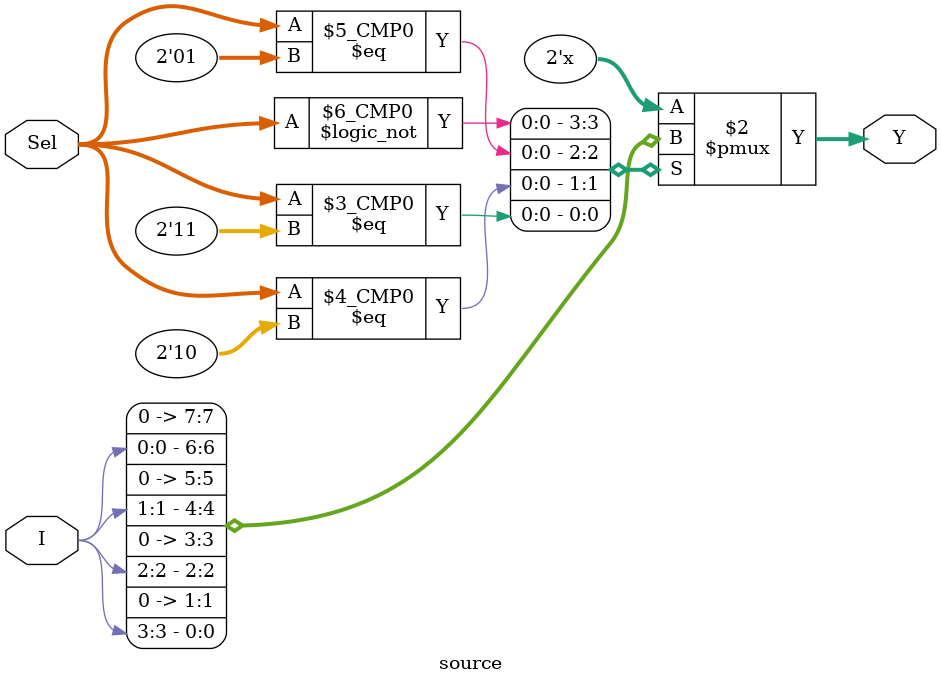
<source format=v>
`timescale 1ns / 1ps


module source(
    input [3:0] I,
    input [1:0] Sel,
    output [1:0] Y
    );
    
    reg [1:0] Y;
     
    always @ (Sel, I[0], I[1], I[2], I[3])
    begin
        case (Sel)
            2'd0:
                Y = I[0];
            2'd1:
                Y = I[1];
            2'd2:
                Y = I[2];
            2'd3:
                Y = I[3];
            default:
                Y = 2'd0;
        endcase
    end
    
    
    
endmodule

</source>
